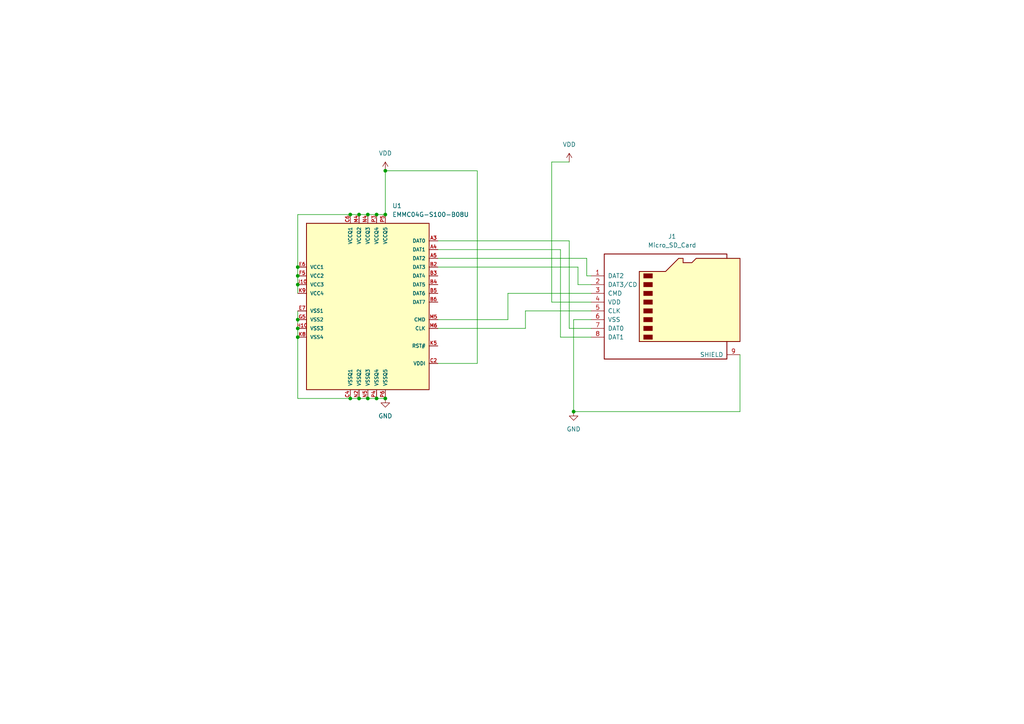
<source format=kicad_sch>
(kicad_sch (version 20230121) (generator eeschema)

  (uuid 155e21ed-6b19-4147-8e12-137998d86fea)

  (paper "A4")

  (lib_symbols
    (symbol "Connector:Micro_SD_Card" (pin_names (offset 1.016)) (in_bom yes) (on_board yes)
      (property "Reference" "J" (at -16.51 15.24 0)
        (effects (font (size 1.27 1.27)))
      )
      (property "Value" "Micro_SD_Card" (at 16.51 15.24 0)
        (effects (font (size 1.27 1.27)) (justify right))
      )
      (property "Footprint" "" (at 29.21 7.62 0)
        (effects (font (size 1.27 1.27)) hide)
      )
      (property "Datasheet" "http://katalog.we-online.de/em/datasheet/693072010801.pdf" (at 0 0 0)
        (effects (font (size 1.27 1.27)) hide)
      )
      (property "ki_keywords" "connector SD microsd" (at 0 0 0)
        (effects (font (size 1.27 1.27)) hide)
      )
      (property "ki_description" "Micro SD Card Socket" (at 0 0 0)
        (effects (font (size 1.27 1.27)) hide)
      )
      (property "ki_fp_filters" "microSD*" (at 0 0 0)
        (effects (font (size 1.27 1.27)) hide)
      )
      (symbol "Micro_SD_Card_0_1"
        (rectangle (start -7.62 -9.525) (end -5.08 -10.795)
          (stroke (width 0) (type default))
          (fill (type outline))
        )
        (rectangle (start -7.62 -6.985) (end -5.08 -8.255)
          (stroke (width 0) (type default))
          (fill (type outline))
        )
        (rectangle (start -7.62 -4.445) (end -5.08 -5.715)
          (stroke (width 0) (type default))
          (fill (type outline))
        )
        (rectangle (start -7.62 -1.905) (end -5.08 -3.175)
          (stroke (width 0) (type default))
          (fill (type outline))
        )
        (rectangle (start -7.62 0.635) (end -5.08 -0.635)
          (stroke (width 0) (type default))
          (fill (type outline))
        )
        (rectangle (start -7.62 3.175) (end -5.08 1.905)
          (stroke (width 0) (type default))
          (fill (type outline))
        )
        (rectangle (start -7.62 5.715) (end -5.08 4.445)
          (stroke (width 0) (type default))
          (fill (type outline))
        )
        (rectangle (start -7.62 8.255) (end -5.08 6.985)
          (stroke (width 0) (type default))
          (fill (type outline))
        )
        (polyline
          (pts
            (xy 16.51 12.7)
            (xy 16.51 13.97)
            (xy -19.05 13.97)
            (xy -19.05 -16.51)
            (xy 16.51 -16.51)
            (xy 16.51 -11.43)
          )
          (stroke (width 0.254) (type default))
          (fill (type none))
        )
        (polyline
          (pts
            (xy -8.89 -11.43)
            (xy -8.89 8.89)
            (xy -1.27 8.89)
            (xy 2.54 12.7)
            (xy 3.81 12.7)
            (xy 3.81 11.43)
            (xy 6.35 11.43)
            (xy 7.62 12.7)
            (xy 20.32 12.7)
            (xy 20.32 -11.43)
            (xy -8.89 -11.43)
          )
          (stroke (width 0.254) (type default))
          (fill (type background))
        )
      )
      (symbol "Micro_SD_Card_1_1"
        (pin bidirectional line (at -22.86 7.62 0) (length 3.81)
          (name "DAT2" (effects (font (size 1.27 1.27))))
          (number "1" (effects (font (size 1.27 1.27))))
        )
        (pin bidirectional line (at -22.86 5.08 0) (length 3.81)
          (name "DAT3/CD" (effects (font (size 1.27 1.27))))
          (number "2" (effects (font (size 1.27 1.27))))
        )
        (pin input line (at -22.86 2.54 0) (length 3.81)
          (name "CMD" (effects (font (size 1.27 1.27))))
          (number "3" (effects (font (size 1.27 1.27))))
        )
        (pin power_in line (at -22.86 0 0) (length 3.81)
          (name "VDD" (effects (font (size 1.27 1.27))))
          (number "4" (effects (font (size 1.27 1.27))))
        )
        (pin input line (at -22.86 -2.54 0) (length 3.81)
          (name "CLK" (effects (font (size 1.27 1.27))))
          (number "5" (effects (font (size 1.27 1.27))))
        )
        (pin power_in line (at -22.86 -5.08 0) (length 3.81)
          (name "VSS" (effects (font (size 1.27 1.27))))
          (number "6" (effects (font (size 1.27 1.27))))
        )
        (pin bidirectional line (at -22.86 -7.62 0) (length 3.81)
          (name "DAT0" (effects (font (size 1.27 1.27))))
          (number "7" (effects (font (size 1.27 1.27))))
        )
        (pin bidirectional line (at -22.86 -10.16 0) (length 3.81)
          (name "DAT1" (effects (font (size 1.27 1.27))))
          (number "8" (effects (font (size 1.27 1.27))))
        )
        (pin passive line (at 20.32 -15.24 180) (length 3.81)
          (name "SHIELD" (effects (font (size 1.27 1.27))))
          (number "9" (effects (font (size 1.27 1.27))))
        )
      )
    )
    (symbol "Library:BGA153EMMC" (pin_names (offset 1.016)) (in_bom yes) (on_board yes)
      (property "Reference" "U" (at -17.78 25.4 0)
        (effects (font (size 1.27 1.27)) (justify left))
      )
      (property "Value" "EMMC04G-S100-B08U" (at -15.24 0 0)
        (effects (font (size 1.27 1.27)) (justify left))
      )
      (property "Footprint" "EMMC04G-S100-B08U:MICRON_EMMC_153" (at 0 0 0)
        (effects (font (size 1.27 1.27)) (justify bottom) hide)
      )
      (property "Datasheet" "" (at 0 0 0)
        (effects (font (size 1.27 1.27)) hide)
      )
      (property "MF" "Kingston" (at 0 0 0)
        (effects (font (size 1.27 1.27)) (justify bottom) hide)
      )
      (property "Description" "\nEMMC Series 4 GB 11.5 x 13 x 1.0 mm eMMC Flash memory Card - BGA-153\n" (at 0 0 0)
        (effects (font (size 1.27 1.27)) (justify bottom) hide)
      )
      (property "Package" "BGA-153 Kingston" (at 0 0 0)
        (effects (font (size 1.27 1.27)) (justify bottom) hide)
      )
      (property "Price" "None" (at 0 0 0)
        (effects (font (size 1.27 1.27)) (justify bottom) hide)
      )
      (property "SnapEDA_Link" "https://www.snapeda.com/parts/EMMC04G-S100-B08U/Kingston/view-part/?ref=snap" (at 0 0 0)
        (effects (font (size 1.27 1.27)) (justify bottom) hide)
      )
      (property "MP" "EMMC04G-S100-B08U" (at 0 0 0)
        (effects (font (size 1.27 1.27)) (justify bottom) hide)
      )
      (property "Availability" "Not in stock" (at 0 0 0)
        (effects (font (size 1.27 1.27)) (justify bottom) hide)
      )
      (property "Check_prices" "https://www.snapeda.com/parts/EMMC04G-S100-B08U/Kingston/view-part/?ref=eda" (at 0 0 0)
        (effects (font (size 1.27 1.27)) (justify bottom) hide)
      )
      (symbol "BGA153EMMC_0_0"
        (rectangle (start -17.78 -25.4) (end 17.78 22.86)
          (stroke (width 0.254) (type default))
          (fill (type background))
        )
        (pin bidirectional line (at 20.32 17.78 180) (length 2.54)
          (name "DAT0" (effects (font (size 1.016 1.016))))
          (number "A3" (effects (font (size 1.016 1.016))))
        )
        (pin bidirectional line (at 20.32 15.24 180) (length 2.54)
          (name "DAT1" (effects (font (size 1.016 1.016))))
          (number "A4" (effects (font (size 1.016 1.016))))
        )
        (pin bidirectional line (at 20.32 12.7 180) (length 2.54)
          (name "DAT2" (effects (font (size 1.016 1.016))))
          (number "A5" (effects (font (size 1.016 1.016))))
        )
        (pin bidirectional line (at 20.32 10.16 180) (length 2.54)
          (name "DAT3" (effects (font (size 1.016 1.016))))
          (number "B2" (effects (font (size 1.016 1.016))))
        )
        (pin bidirectional line (at 20.32 7.62 180) (length 2.54)
          (name "DAT4" (effects (font (size 1.016 1.016))))
          (number "B3" (effects (font (size 1.016 1.016))))
        )
        (pin bidirectional line (at 20.32 5.08 180) (length 2.54)
          (name "DAT5" (effects (font (size 1.016 1.016))))
          (number "B4" (effects (font (size 1.016 1.016))))
        )
        (pin bidirectional line (at 20.32 2.54 180) (length 2.54)
          (name "DAT6" (effects (font (size 1.016 1.016))))
          (number "B5" (effects (font (size 1.016 1.016))))
        )
        (pin bidirectional line (at 20.32 0 180) (length 2.54)
          (name "DAT7" (effects (font (size 1.016 1.016))))
          (number "B6" (effects (font (size 1.016 1.016))))
        )
        (pin bidirectional line (at 20.32 -17.78 180) (length 2.54)
          (name "VDDI" (effects (font (size 1.016 1.016))))
          (number "C2" (effects (font (size 1.016 1.016))))
        )
        (pin bidirectional line (at -5.08 -27.94 90) (length 2.54)
          (name "VSSQ1" (effects (font (size 1.016 1.016))))
          (number "C4" (effects (font (size 1.016 1.016))))
        )
        (pin bidirectional line (at -5.08 25.4 270) (length 2.54)
          (name "VCCQ1" (effects (font (size 1.016 1.016))))
          (number "C6" (effects (font (size 1.016 1.016))))
        )
        (pin bidirectional line (at -20.32 10.16 0) (length 2.54)
          (name "VCC1" (effects (font (size 1.016 1.016))))
          (number "E6" (effects (font (size 1.016 1.016))))
        )
        (pin bidirectional line (at -20.32 -2.54 0) (length 2.54)
          (name "VSS1" (effects (font (size 1.016 1.016))))
          (number "E7" (effects (font (size 1.016 1.016))))
        )
        (pin bidirectional line (at -20.32 7.62 0) (length 2.54)
          (name "VCC2" (effects (font (size 1.016 1.016))))
          (number "F5" (effects (font (size 1.016 1.016))))
        )
        (pin bidirectional line (at -20.32 -5.08 0) (length 2.54)
          (name "VSS2" (effects (font (size 1.016 1.016))))
          (number "G5" (effects (font (size 1.016 1.016))))
        )
        (pin bidirectional line (at -20.32 -7.62 0) (length 2.54)
          (name "VSS3" (effects (font (size 1.016 1.016))))
          (number "H10" (effects (font (size 1.016 1.016))))
        )
        (pin bidirectional line (at -20.32 5.08 0) (length 2.54)
          (name "VCC3" (effects (font (size 1.016 1.016))))
          (number "J10" (effects (font (size 1.016 1.016))))
        )
        (pin bidirectional line (at 20.32 -12.7 180) (length 2.54)
          (name "RST#" (effects (font (size 1.016 1.016))))
          (number "K5" (effects (font (size 1.016 1.016))))
        )
        (pin bidirectional line (at -20.32 -10.16 0) (length 2.54)
          (name "VSS4" (effects (font (size 1.016 1.016))))
          (number "K8" (effects (font (size 1.016 1.016))))
        )
        (pin bidirectional line (at -20.32 2.54 0) (length 2.54)
          (name "VCC4" (effects (font (size 1.016 1.016))))
          (number "K9" (effects (font (size 1.016 1.016))))
        )
        (pin bidirectional line (at -2.54 25.4 270) (length 2.54)
          (name "VCCQ2" (effects (font (size 1.016 1.016))))
          (number "M4" (effects (font (size 1.016 1.016))))
        )
        (pin bidirectional line (at 20.32 -5.08 180) (length 2.54)
          (name "CMD" (effects (font (size 1.016 1.016))))
          (number "M5" (effects (font (size 1.016 1.016))))
        )
        (pin bidirectional line (at 20.32 -7.62 180) (length 2.54)
          (name "CLK" (effects (font (size 1.016 1.016))))
          (number "M6" (effects (font (size 1.016 1.016))))
        )
        (pin bidirectional line (at -2.54 -27.94 90) (length 2.54)
          (name "VSSQ2" (effects (font (size 1.016 1.016))))
          (number "N2" (effects (font (size 1.016 1.016))))
        )
        (pin bidirectional line (at 0 25.4 270) (length 2.54)
          (name "VCCQ3" (effects (font (size 1.016 1.016))))
          (number "N4" (effects (font (size 1.016 1.016))))
        )
        (pin bidirectional line (at 0 -27.94 90) (length 2.54)
          (name "VSSQ3" (effects (font (size 1.016 1.016))))
          (number "N5" (effects (font (size 1.016 1.016))))
        )
        (pin bidirectional line (at 2.54 25.4 270) (length 2.54)
          (name "VCCQ4" (effects (font (size 1.016 1.016))))
          (number "P3" (effects (font (size 1.016 1.016))))
        )
        (pin bidirectional line (at 2.54 -27.94 90) (length 2.54)
          (name "VSSQ4" (effects (font (size 1.016 1.016))))
          (number "P4" (effects (font (size 1.016 1.016))))
        )
        (pin bidirectional line (at 5.08 25.4 270) (length 2.54)
          (name "VCCQ5" (effects (font (size 1.016 1.016))))
          (number "P5" (effects (font (size 1.016 1.016))))
        )
        (pin bidirectional line (at 5.08 -27.94 90) (length 2.54)
          (name "VSSQ5" (effects (font (size 1.016 1.016))))
          (number "P6" (effects (font (size 1.016 1.016))))
        )
      )
    )
    (symbol "power:GND" (power) (pin_names (offset 0)) (in_bom yes) (on_board yes)
      (property "Reference" "#PWR" (at 0 -6.35 0)
        (effects (font (size 1.27 1.27)) hide)
      )
      (property "Value" "GND" (at 0 -3.81 0)
        (effects (font (size 1.27 1.27)))
      )
      (property "Footprint" "" (at 0 0 0)
        (effects (font (size 1.27 1.27)) hide)
      )
      (property "Datasheet" "" (at 0 0 0)
        (effects (font (size 1.27 1.27)) hide)
      )
      (property "ki_keywords" "global power" (at 0 0 0)
        (effects (font (size 1.27 1.27)) hide)
      )
      (property "ki_description" "Power symbol creates a global label with name \"GND\" , ground" (at 0 0 0)
        (effects (font (size 1.27 1.27)) hide)
      )
      (symbol "GND_0_1"
        (polyline
          (pts
            (xy 0 0)
            (xy 0 -1.27)
            (xy 1.27 -1.27)
            (xy 0 -2.54)
            (xy -1.27 -1.27)
            (xy 0 -1.27)
          )
          (stroke (width 0) (type default))
          (fill (type none))
        )
      )
      (symbol "GND_1_1"
        (pin power_in line (at 0 0 270) (length 0) hide
          (name "GND" (effects (font (size 1.27 1.27))))
          (number "1" (effects (font (size 1.27 1.27))))
        )
      )
    )
    (symbol "power:VDD" (power) (pin_names (offset 0)) (in_bom yes) (on_board yes)
      (property "Reference" "#PWR" (at 0 -3.81 0)
        (effects (font (size 1.27 1.27)) hide)
      )
      (property "Value" "VDD" (at 0 3.81 0)
        (effects (font (size 1.27 1.27)))
      )
      (property "Footprint" "" (at 0 0 0)
        (effects (font (size 1.27 1.27)) hide)
      )
      (property "Datasheet" "" (at 0 0 0)
        (effects (font (size 1.27 1.27)) hide)
      )
      (property "ki_keywords" "global power" (at 0 0 0)
        (effects (font (size 1.27 1.27)) hide)
      )
      (property "ki_description" "Power symbol creates a global label with name \"VDD\"" (at 0 0 0)
        (effects (font (size 1.27 1.27)) hide)
      )
      (symbol "VDD_0_1"
        (polyline
          (pts
            (xy -0.762 1.27)
            (xy 0 2.54)
          )
          (stroke (width 0) (type default))
          (fill (type none))
        )
        (polyline
          (pts
            (xy 0 0)
            (xy 0 2.54)
          )
          (stroke (width 0) (type default))
          (fill (type none))
        )
        (polyline
          (pts
            (xy 0 2.54)
            (xy 0.762 1.27)
          )
          (stroke (width 0) (type default))
          (fill (type none))
        )
      )
      (symbol "VDD_1_1"
        (pin power_in line (at 0 0 90) (length 0) hide
          (name "VDD" (effects (font (size 1.27 1.27))))
          (number "1" (effects (font (size 1.27 1.27))))
        )
      )
    )
  )

  (junction (at 106.68 115.57) (diameter 0) (color 0 0 0 0)
    (uuid 07eedbf9-64ff-4284-8419-29c8f5e28c83)
  )
  (junction (at 86.36 92.71) (diameter 0) (color 0 0 0 0)
    (uuid 12cf6a9a-9a5c-46b1-ac9f-4e2cd48d510f)
  )
  (junction (at 86.36 82.55) (diameter 0) (color 0 0 0 0)
    (uuid 131b8af3-6d7a-4cc4-a335-6aed4d4fdf23)
  )
  (junction (at 86.36 97.79) (diameter 0) (color 0 0 0 0)
    (uuid 199e09c6-db11-41b2-9f21-ca211e0ce1b6)
  )
  (junction (at 109.22 115.57) (diameter 0) (color 0 0 0 0)
    (uuid 21369599-cdb9-4c31-890e-db21e011fbb6)
  )
  (junction (at 109.22 62.23) (diameter 0) (color 0 0 0 0)
    (uuid 30fcf6ec-2403-4346-a2c8-a351c4051bb4)
  )
  (junction (at 111.76 62.23) (diameter 0) (color 0 0 0 0)
    (uuid 3bb71bef-1475-4031-bd2d-0180e58b30e1)
  )
  (junction (at 86.36 77.47) (diameter 0) (color 0 0 0 0)
    (uuid 60c00c9d-8100-42e8-96ac-b2fc3114cd7d)
  )
  (junction (at 111.76 115.57) (diameter 0) (color 0 0 0 0)
    (uuid 66aa8c5e-a3d2-43c3-a990-7dc386307610)
  )
  (junction (at 86.36 80.01) (diameter 0) (color 0 0 0 0)
    (uuid 6a50df29-c909-4fc3-ad21-cf0f583d4097)
  )
  (junction (at 106.68 62.23) (diameter 0) (color 0 0 0 0)
    (uuid 94bb940a-56fc-4135-95b7-99e4b4de9299)
  )
  (junction (at 104.14 62.23) (diameter 0) (color 0 0 0 0)
    (uuid 96bec525-295e-4255-837e-874e61b7c46d)
  )
  (junction (at 111.76 49.53) (diameter 0) (color 0 0 0 0)
    (uuid a7f1914f-98c7-42f5-9d5a-7ad86438baea)
  )
  (junction (at 101.6 62.23) (diameter 0) (color 0 0 0 0)
    (uuid b2c185d1-a488-4d51-84ab-c7b9a7eb1b79)
  )
  (junction (at 86.36 95.25) (diameter 0) (color 0 0 0 0)
    (uuid d90e2b17-3d10-4820-a653-6bd4d23961a8)
  )
  (junction (at 104.14 115.57) (diameter 0) (color 0 0 0 0)
    (uuid dfdd763d-1562-43fb-9815-073eba0e7f72)
  )
  (junction (at 101.6 115.57) (diameter 0) (color 0 0 0 0)
    (uuid eff34bf6-a333-4c85-a9c9-3619e624b65f)
  )
  (junction (at 166.37 119.38) (diameter 0) (color 0 0 0 0)
    (uuid f8f83a49-5218-47a8-aa8c-b2ff860e6c99)
  )

  (wire (pts (xy 106.68 62.23) (xy 109.22 62.23))
    (stroke (width 0) (type default))
    (uuid 05345113-1a05-4a87-81f1-9db4b5c61b3f)
  )
  (wire (pts (xy 86.36 92.71) (xy 86.36 95.25))
    (stroke (width 0) (type default))
    (uuid 08d1a00e-e8e9-4f44-8b22-65d9ef42e2b9)
  )
  (wire (pts (xy 104.14 115.57) (xy 106.68 115.57))
    (stroke (width 0) (type default))
    (uuid 0a970624-8de8-44ed-8fee-b21ec4c34edf)
  )
  (wire (pts (xy 167.64 77.47) (xy 127 77.47))
    (stroke (width 0) (type default))
    (uuid 0ee832df-040e-4513-af04-061773e59d72)
  )
  (wire (pts (xy 165.1 95.25) (xy 165.1 69.85))
    (stroke (width 0) (type default))
    (uuid 12c13653-36a3-45de-a692-57b53c16f3be)
  )
  (wire (pts (xy 101.6 115.57) (xy 104.14 115.57))
    (stroke (width 0) (type default))
    (uuid 25d0d175-9622-4aec-99f2-555d26b95e09)
  )
  (wire (pts (xy 138.43 49.53) (xy 138.43 105.41))
    (stroke (width 0) (type default))
    (uuid 265fb546-09e4-4321-8ba6-f8053b400191)
  )
  (wire (pts (xy 152.4 95.25) (xy 127 95.25))
    (stroke (width 0) (type default))
    (uuid 2778cd3d-e479-452c-af32-3d0e091962fa)
  )
  (wire (pts (xy 111.76 49.53) (xy 138.43 49.53))
    (stroke (width 0) (type default))
    (uuid 2992185e-9205-4aa0-910e-fa3a7472d6fd)
  )
  (wire (pts (xy 152.4 90.17) (xy 152.4 95.25))
    (stroke (width 0) (type default))
    (uuid 29b4274e-9018-4332-ab57-329760d874e7)
  )
  (wire (pts (xy 106.68 115.57) (xy 109.22 115.57))
    (stroke (width 0) (type default))
    (uuid 3e2bb1e9-f305-4386-9bc8-59aa9ea7e4df)
  )
  (wire (pts (xy 170.18 74.93) (xy 127 74.93))
    (stroke (width 0) (type default))
    (uuid 3eba2ec5-2860-4f72-8ff8-4d8820cbcee1)
  )
  (wire (pts (xy 162.56 72.39) (xy 127 72.39))
    (stroke (width 0) (type default))
    (uuid 46fe8471-51c4-436a-86e5-2a3dfd9714be)
  )
  (wire (pts (xy 171.45 87.63) (xy 160.02 87.63))
    (stroke (width 0) (type default))
    (uuid 50697f4b-684d-4813-8c9c-68a6c9d18c46)
  )
  (wire (pts (xy 171.45 97.79) (xy 162.56 97.79))
    (stroke (width 0) (type default))
    (uuid 5171797c-3ecb-4c3b-a0e9-5e07aba20cba)
  )
  (wire (pts (xy 214.63 102.87) (xy 214.63 119.38))
    (stroke (width 0) (type default))
    (uuid 51eb3a32-2d3d-42dd-978c-e9b2486dd99b)
  )
  (wire (pts (xy 170.18 80.01) (xy 170.18 74.93))
    (stroke (width 0) (type default))
    (uuid 561814e7-f50f-459e-9fc7-302dafc8d28d)
  )
  (wire (pts (xy 171.45 80.01) (xy 170.18 80.01))
    (stroke (width 0) (type default))
    (uuid 5c42c9f5-9ab9-4df6-9509-481feaf0d888)
  )
  (wire (pts (xy 109.22 62.23) (xy 111.76 62.23))
    (stroke (width 0) (type default))
    (uuid 690bbb8f-c512-4c30-9562-89560735507b)
  )
  (wire (pts (xy 160.02 46.99) (xy 165.1 46.99))
    (stroke (width 0) (type default))
    (uuid 6dd7ee30-4719-4d6a-8d45-58d3b08a4476)
  )
  (wire (pts (xy 101.6 62.23) (xy 104.14 62.23))
    (stroke (width 0) (type default))
    (uuid 7458d704-c3c6-4a22-8944-24fac97fc778)
  )
  (wire (pts (xy 138.43 105.41) (xy 127 105.41))
    (stroke (width 0) (type default))
    (uuid 746d146f-aa77-4e73-9e93-ebd17ebf9ac8)
  )
  (wire (pts (xy 166.37 92.71) (xy 166.37 119.38))
    (stroke (width 0) (type default))
    (uuid 80628537-9424-4991-a7cd-37d97d345058)
  )
  (wire (pts (xy 162.56 97.79) (xy 162.56 72.39))
    (stroke (width 0) (type default))
    (uuid 8992dadd-a9a6-4fb5-a4c8-994f0e62ba9a)
  )
  (wire (pts (xy 171.45 90.17) (xy 152.4 90.17))
    (stroke (width 0) (type default))
    (uuid 8c0f3089-2298-4d2c-a034-574b68038f64)
  )
  (wire (pts (xy 86.36 115.57) (xy 101.6 115.57))
    (stroke (width 0) (type default))
    (uuid 8f5aac4f-8294-419c-aa13-bd102b44fd78)
  )
  (wire (pts (xy 86.36 97.79) (xy 86.36 115.57))
    (stroke (width 0) (type default))
    (uuid 90ebb511-2779-4041-8367-cbeb3b14a5a1)
  )
  (wire (pts (xy 86.36 80.01) (xy 86.36 82.55))
    (stroke (width 0) (type default))
    (uuid 937ef9a9-ea7b-42f3-ba4a-eeaa3ea6d6cc)
  )
  (wire (pts (xy 109.22 115.57) (xy 111.76 115.57))
    (stroke (width 0) (type default))
    (uuid 94b85e79-0238-4671-b064-ef3671c98ef2)
  )
  (wire (pts (xy 86.36 77.47) (xy 86.36 80.01))
    (stroke (width 0) (type default))
    (uuid 9769ccff-2f01-4649-9318-84ac45920393)
  )
  (wire (pts (xy 86.36 77.47) (xy 86.36 62.23))
    (stroke (width 0) (type default))
    (uuid 9b9f9033-b6ac-4034-b682-7256d689ab0a)
  )
  (wire (pts (xy 104.14 62.23) (xy 106.68 62.23))
    (stroke (width 0) (type default))
    (uuid a4cf8173-432b-4a5f-90e4-2c260991bc00)
  )
  (wire (pts (xy 147.32 92.71) (xy 127 92.71))
    (stroke (width 0) (type default))
    (uuid a6da313a-3da0-43a7-9596-7090b429be1c)
  )
  (wire (pts (xy 171.45 85.09) (xy 147.32 85.09))
    (stroke (width 0) (type default))
    (uuid b1bc6380-abcb-4fa7-b8e7-2effd9f54ec1)
  )
  (wire (pts (xy 86.36 90.17) (xy 86.36 92.71))
    (stroke (width 0) (type default))
    (uuid b4bc5ddc-f86b-4800-b2c0-26f0cc5c1d14)
  )
  (wire (pts (xy 147.32 85.09) (xy 147.32 92.71))
    (stroke (width 0) (type default))
    (uuid b7e1f16d-0f82-40c0-ac15-a9614439094a)
  )
  (wire (pts (xy 165.1 95.25) (xy 171.45 95.25))
    (stroke (width 0) (type default))
    (uuid b89ff8bb-b742-45b1-acad-6a1f6827efab)
  )
  (wire (pts (xy 166.37 92.71) (xy 171.45 92.71))
    (stroke (width 0) (type default))
    (uuid ba40e343-d649-4523-8de5-43b4d1876ccc)
  )
  (wire (pts (xy 111.76 49.53) (xy 111.76 62.23))
    (stroke (width 0) (type default))
    (uuid becc8a43-db04-4efe-89c0-779ba64b9853)
  )
  (wire (pts (xy 86.36 95.25) (xy 86.36 97.79))
    (stroke (width 0) (type default))
    (uuid ca3b3766-7e1a-48c8-852d-066449a03613)
  )
  (wire (pts (xy 171.45 82.55) (xy 167.64 82.55))
    (stroke (width 0) (type default))
    (uuid cb55db8c-5de8-4208-a495-8adaa49ce048)
  )
  (wire (pts (xy 165.1 69.85) (xy 127 69.85))
    (stroke (width 0) (type default))
    (uuid d0d88b4b-d9cb-460a-90a6-d153100dab1a)
  )
  (wire (pts (xy 167.64 82.55) (xy 167.64 77.47))
    (stroke (width 0) (type default))
    (uuid d88acc68-8f8f-4991-b677-45c9b74b88a9)
  )
  (wire (pts (xy 86.36 82.55) (xy 86.36 85.09))
    (stroke (width 0) (type default))
    (uuid dacae7db-b03d-4529-b4f6-338b87256ecc)
  )
  (wire (pts (xy 214.63 119.38) (xy 166.37 119.38))
    (stroke (width 0) (type default))
    (uuid dbde3c94-c0d2-47da-8799-fb9021d09145)
  )
  (wire (pts (xy 86.36 62.23) (xy 101.6 62.23))
    (stroke (width 0) (type default))
    (uuid e3dbcc5c-3e08-4965-bff5-7aefbfdd83e0)
  )
  (wire (pts (xy 160.02 87.63) (xy 160.02 46.99))
    (stroke (width 0) (type default))
    (uuid e984431f-5337-4f98-8a76-09c77bdbc7fc)
  )

  (symbol (lib_id "power:VDD") (at 111.76 49.53 0) (unit 1)
    (in_bom yes) (on_board yes) (dnp no) (fields_autoplaced)
    (uuid 3ce26e31-a229-4a92-b061-23d50d5ae967)
    (property "Reference" "#PWR03" (at 111.76 53.34 0)
      (effects (font (size 1.27 1.27)) hide)
    )
    (property "Value" "VDD" (at 111.76 44.45 0)
      (effects (font (size 1.27 1.27)))
    )
    (property "Footprint" "" (at 111.76 49.53 0)
      (effects (font (size 1.27 1.27)) hide)
    )
    (property "Datasheet" "" (at 111.76 49.53 0)
      (effects (font (size 1.27 1.27)) hide)
    )
    (pin "1" (uuid 58b84405-6c90-423a-aa37-8df411bcf0bd))
    (instances
      (project "emmc2sd"
        (path "/155e21ed-6b19-4147-8e12-137998d86fea"
          (reference "#PWR03") (unit 1)
        )
      )
    )
  )

  (symbol (lib_id "Connector:Micro_SD_Card") (at 194.31 87.63 0) (unit 1)
    (in_bom yes) (on_board yes) (dnp no) (fields_autoplaced)
    (uuid 49250b27-466f-4c14-8f7b-aace67eb67aa)
    (property "Reference" "J1" (at 194.945 68.58 0)
      (effects (font (size 1.27 1.27)))
    )
    (property "Value" "Micro_SD_Card" (at 194.945 71.12 0)
      (effects (font (size 1.27 1.27)))
    )
    (property "Footprint" "Library:microsd_molex_1051620001" (at 223.52 80.01 0)
      (effects (font (size 1.27 1.27)) hide)
    )
    (property "Datasheet" "http://katalog.we-online.de/em/datasheet/693072010801.pdf" (at 194.31 87.63 0)
      (effects (font (size 1.27 1.27)) hide)
    )
    (pin "1" (uuid c31f30df-8dcd-45ab-bd05-77379d57ec20))
    (pin "2" (uuid eda9cf7a-5643-4cae-8dab-8f37d6e1d004))
    (pin "3" (uuid c99a30a3-9ab1-451c-9b87-c81ada74ce89))
    (pin "4" (uuid f3775c5c-84ee-46ba-83e5-224ec5629b78))
    (pin "5" (uuid 7f854ebc-5d33-456b-a347-05adb9d1c842))
    (pin "6" (uuid b85057b2-76f8-493f-ba62-5a8dfd3d40dd))
    (pin "7" (uuid fc1a3da9-7a43-4a87-b409-8e78529d4abf))
    (pin "8" (uuid f83e0d4f-f52e-4333-9804-19857da761d6))
    (pin "9" (uuid ff338f05-9423-45a0-a1b5-36f6c3d3480e))
    (instances
      (project "emmc2sd"
        (path "/155e21ed-6b19-4147-8e12-137998d86fea"
          (reference "J1") (unit 1)
        )
      )
    )
  )

  (symbol (lib_id "power:GND") (at 111.76 115.57 0) (unit 1)
    (in_bom yes) (on_board yes) (dnp no) (fields_autoplaced)
    (uuid 4cb97615-bec3-4b35-80f9-a4955e38f778)
    (property "Reference" "#PWR01" (at 111.76 121.92 0)
      (effects (font (size 1.27 1.27)) hide)
    )
    (property "Value" "GND" (at 111.76 120.65 0)
      (effects (font (size 1.27 1.27)))
    )
    (property "Footprint" "" (at 111.76 115.57 0)
      (effects (font (size 1.27 1.27)) hide)
    )
    (property "Datasheet" "" (at 111.76 115.57 0)
      (effects (font (size 1.27 1.27)) hide)
    )
    (pin "1" (uuid 30aca11c-c89d-41d7-b325-71911d864080))
    (instances
      (project "emmc2sd"
        (path "/155e21ed-6b19-4147-8e12-137998d86fea"
          (reference "#PWR01") (unit 1)
        )
      )
    )
  )

  (symbol (lib_id "power:GND") (at 166.37 119.38 0) (unit 1)
    (in_bom yes) (on_board yes) (dnp no) (fields_autoplaced)
    (uuid 892868b7-ac13-43b9-9430-f590b0f093b8)
    (property "Reference" "#PWR02" (at 166.37 125.73 0)
      (effects (font (size 1.27 1.27)) hide)
    )
    (property "Value" "GND" (at 166.37 124.46 0)
      (effects (font (size 1.27 1.27)))
    )
    (property "Footprint" "" (at 166.37 119.38 0)
      (effects (font (size 1.27 1.27)) hide)
    )
    (property "Datasheet" "" (at 166.37 119.38 0)
      (effects (font (size 1.27 1.27)) hide)
    )
    (pin "1" (uuid 12a7054b-81f1-4d42-9b1d-af4285a602fd))
    (instances
      (project "emmc2sd"
        (path "/155e21ed-6b19-4147-8e12-137998d86fea"
          (reference "#PWR02") (unit 1)
        )
      )
    )
  )

  (symbol (lib_id "Library:BGA153EMMC") (at 106.68 87.63 0) (unit 1)
    (in_bom yes) (on_board yes) (dnp no) (fields_autoplaced)
    (uuid a11e7ac7-a3c6-422a-b5d5-103d0dd4035f)
    (property "Reference" "U1" (at 113.7794 59.69 0)
      (effects (font (size 1.27 1.27)) (justify left))
    )
    (property "Value" "EMMC04G-S100-B08U" (at 113.7794 62.23 0)
      (effects (font (size 1.27 1.27)) (justify left))
    )
    (property "Footprint" "Library:BGA153EMMC-reversed" (at 106.68 87.63 0)
      (effects (font (size 1.27 1.27)) (justify bottom) hide)
    )
    (property "Datasheet" "" (at 106.68 87.63 0)
      (effects (font (size 1.27 1.27)) hide)
    )
    (property "MF" "Kingston" (at 106.68 87.63 0)
      (effects (font (size 1.27 1.27)) (justify bottom) hide)
    )
    (property "Description" "\nEMMC Series 4 GB 11.5 x 13 x 1.0 mm eMMC Flash memory Card - BGA-153\n" (at 106.68 87.63 0)
      (effects (font (size 1.27 1.27)) (justify bottom) hide)
    )
    (property "Package" "BGA-153 Kingston" (at 106.68 87.63 0)
      (effects (font (size 1.27 1.27)) (justify bottom) hide)
    )
    (property "Price" "None" (at 106.68 87.63 0)
      (effects (font (size 1.27 1.27)) (justify bottom) hide)
    )
    (property "SnapEDA_Link" "https://www.snapeda.com/parts/EMMC04G-S100-B08U/Kingston/view-part/?ref=snap" (at 106.68 87.63 0)
      (effects (font (size 1.27 1.27)) (justify bottom) hide)
    )
    (property "MP" "EMMC04G-S100-B08U" (at 106.68 87.63 0)
      (effects (font (size 1.27 1.27)) (justify bottom) hide)
    )
    (property "Availability" "Not in stock" (at 106.68 87.63 0)
      (effects (font (size 1.27 1.27)) (justify bottom) hide)
    )
    (property "Check_prices" "https://www.snapeda.com/parts/EMMC04G-S100-B08U/Kingston/view-part/?ref=eda" (at 106.68 87.63 0)
      (effects (font (size 1.27 1.27)) (justify bottom) hide)
    )
    (pin "A3" (uuid 2ce2bbc3-39c9-4596-b471-abf44e5234fa))
    (pin "A4" (uuid 76b8d421-eef6-46e2-b7f4-caadc1ff8466))
    (pin "A5" (uuid 4834ae17-a429-44bb-a32e-6f8009a49d1e))
    (pin "B2" (uuid daa53df8-6114-4309-b438-eb0507e6a1bd))
    (pin "B3" (uuid cf1d56e5-4e03-4d24-b75d-fb6ed96563fa))
    (pin "B4" (uuid a1110292-3af8-4639-94e7-8be379ae84da))
    (pin "B5" (uuid 7572db96-e3a2-444d-a0b0-4b3930882afd))
    (pin "B6" (uuid fd114647-58df-4428-8a53-d809e9c356ee))
    (pin "C2" (uuid f72fd8d5-36b5-4290-bc3a-58122ecd8f31))
    (pin "C4" (uuid 9da6de70-9eed-4ac4-a5e0-fc4ea036143d))
    (pin "C6" (uuid b7a39e35-64f1-4e5e-b2f9-6f4f4ed0c6a4))
    (pin "E6" (uuid 9d3fe951-4843-4b1b-8a18-ab5e02e6bde2))
    (pin "E7" (uuid 022825da-f628-4310-a869-ce0a453e3498))
    (pin "F5" (uuid 9b93c31f-526e-4427-ab37-9344bed1df22))
    (pin "G5" (uuid 3775b640-2690-4c9e-a68a-ceb8d2d1992e))
    (pin "H10" (uuid 036510af-6546-442f-8fb7-6dce8b73e959))
    (pin "J10" (uuid 09a9312a-e1c7-46c3-9c85-a6fe5e9fb3bd))
    (pin "K5" (uuid cf64bf5e-9526-4a66-a73f-c1610bd32dfb))
    (pin "K8" (uuid eedb3171-5f24-4100-87a1-c8945680404b))
    (pin "K9" (uuid 555e744c-248b-4bbf-9ba9-398ab979c69f))
    (pin "M4" (uuid 01a9be59-7721-4f0b-b84b-2106763388fd))
    (pin "M5" (uuid de3adf4e-504b-4f48-9a9f-7d05243d3a02))
    (pin "M6" (uuid a6cd458e-b832-47d9-9c61-7f9e861b4bdc))
    (pin "N2" (uuid 975e34e6-ccd1-4882-a8d3-161bd88678e3))
    (pin "N4" (uuid bf9a34c4-efc3-4033-a7d9-9f0237e3016e))
    (pin "N5" (uuid 345a2579-9cdc-461e-9674-87c2947edd9a))
    (pin "P3" (uuid ceceb71c-aef1-4802-ad86-9c0d2fdea4c2))
    (pin "P4" (uuid 6c0da07c-4087-446c-8f9a-e3ca28390722))
    (pin "P5" (uuid 0a44728e-745f-459a-a34c-77a51609c1cb))
    (pin "P6" (uuid 66639285-6988-450e-aa7e-e1ec69107d6d))
    (instances
      (project "emmc2sd"
        (path "/155e21ed-6b19-4147-8e12-137998d86fea"
          (reference "U1") (unit 1)
        )
      )
    )
  )

  (symbol (lib_id "power:VDD") (at 165.1 46.99 0) (unit 1)
    (in_bom yes) (on_board yes) (dnp no) (fields_autoplaced)
    (uuid b89db5ce-30d7-4911-b412-130c3f816999)
    (property "Reference" "#PWR04" (at 165.1 50.8 0)
      (effects (font (size 1.27 1.27)) hide)
    )
    (property "Value" "VDD" (at 165.1 41.91 0)
      (effects (font (size 1.27 1.27)))
    )
    (property "Footprint" "" (at 165.1 46.99 0)
      (effects (font (size 1.27 1.27)) hide)
    )
    (property "Datasheet" "" (at 165.1 46.99 0)
      (effects (font (size 1.27 1.27)) hide)
    )
    (pin "1" (uuid 736e243e-f75e-473e-a268-3948ed6a3b48))
    (instances
      (project "emmc2sd"
        (path "/155e21ed-6b19-4147-8e12-137998d86fea"
          (reference "#PWR04") (unit 1)
        )
      )
    )
  )

  (sheet_instances
    (path "/" (page "1"))
  )
)

</source>
